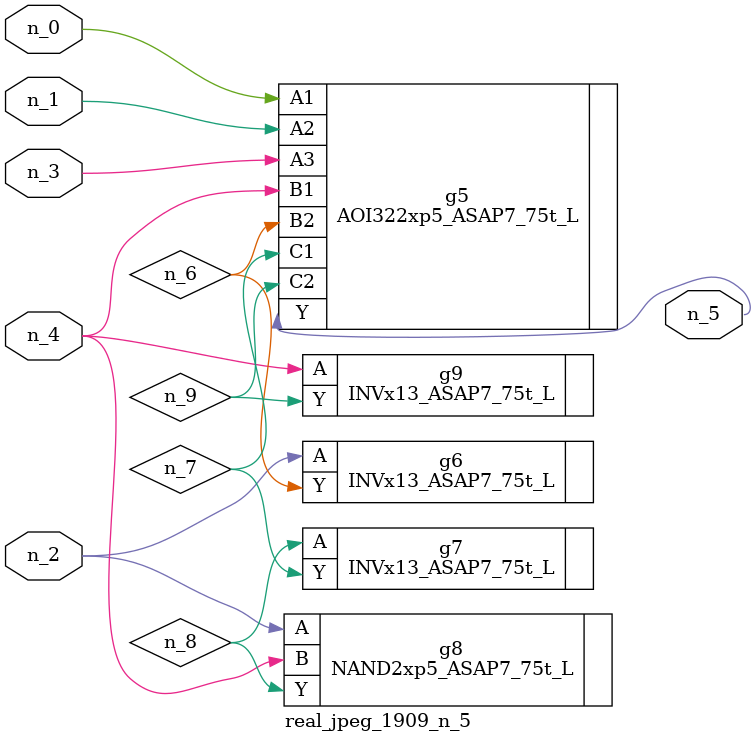
<source format=v>
module real_jpeg_1909_n_5 (n_4, n_0, n_1, n_2, n_3, n_5);

input n_4;
input n_0;
input n_1;
input n_2;
input n_3;

output n_5;

wire n_8;
wire n_6;
wire n_7;
wire n_9;

AOI322xp5_ASAP7_75t_L g5 ( 
.A1(n_0),
.A2(n_1),
.A3(n_3),
.B1(n_4),
.B2(n_6),
.C1(n_7),
.C2(n_9),
.Y(n_5)
);

INVx13_ASAP7_75t_L g6 ( 
.A(n_2),
.Y(n_6)
);

NAND2xp5_ASAP7_75t_L g8 ( 
.A(n_2),
.B(n_4),
.Y(n_8)
);

INVx13_ASAP7_75t_L g9 ( 
.A(n_4),
.Y(n_9)
);

INVx13_ASAP7_75t_L g7 ( 
.A(n_8),
.Y(n_7)
);


endmodule
</source>
